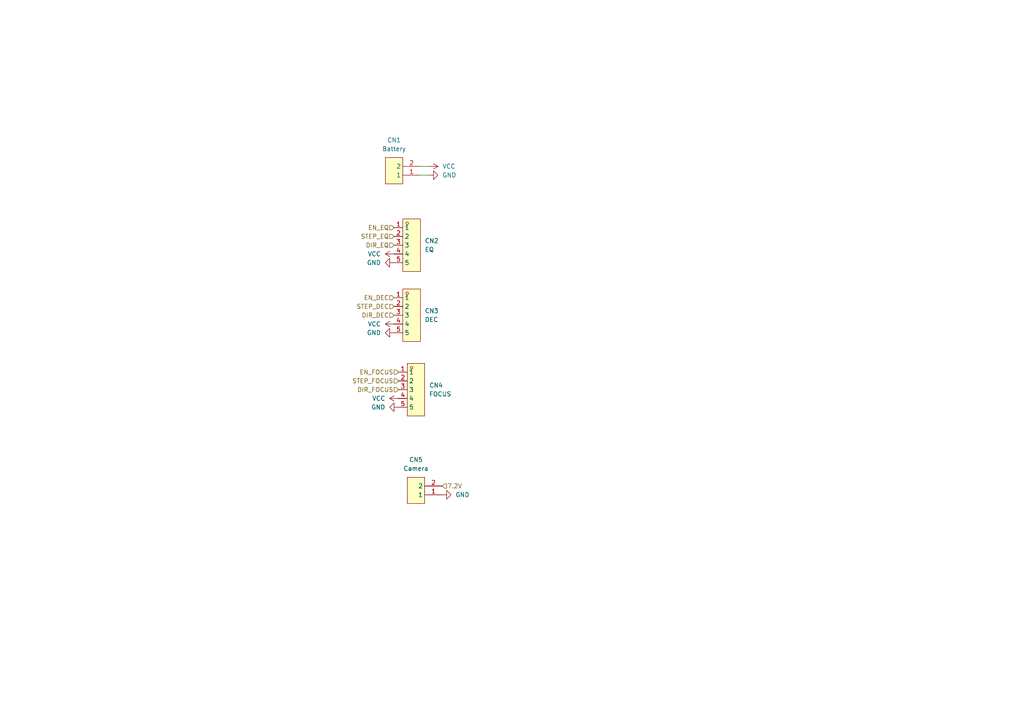
<source format=kicad_sch>
(kicad_sch (version 20231120) (generator "eeschema") (generator_version "8.0")
  (paper "A4")
  (lib_symbols
    (symbol "PARTS:DB128V-5.08-5P-GN-S"
      (property "Reference" "CN" (at 0 10.16 0))
      (property "Value" "DB128V-5.08-5P-GN-S" (at 0 -10.16 0))
      (symbol "DB128V-5.08-5P-GN-S_0_1"
        (rectangle (start -2.54 7.62) (end 2.54 -7.62) (fill (type background)))
        (circle (center -1.27 6.35) (radius 0.38))
        (pin unspecified line (at -5.08 5.08 0) (length 2.54) (name "1") (number "1"))
        (pin unspecified line (at -5.08 2.54 0) (length 2.54) (name "2") (number "2"))
        (pin unspecified line (at -5.08 0 0) (length 2.54) (name "3") (number "3"))
        (pin unspecified line (at -5.08 -2.54 0) (length 2.54) (name "4") (number "4"))
        (pin unspecified line (at -5.08 -5.08 0) (length 2.54) (name "5") (number "5"))
      )
    )
    (symbol "PARTS:WJ500V-5.08-2P-14-00A"
      (property "Reference" "P" (at 0 0 0))
      (property "Value" "WJ500V-5.08-2P-14-00A" (at 0 -10.16 0))
      (symbol "WJ500V-5.08-2P-14-00A_0_1"
        (rectangle (start -3.81 5.08) (end 3.81 0) (fill (type background)))
        (pin unspecified line (at -1.27 -5.08 90) (length 5.08) (name "1") (number "1"))
        (pin unspecified line (at 1.27 -5.08 90) (length 5.08) (name "2") (number "2"))
      )
    )
    (symbol "power:GND" (power) (pin_numbers hide) (pin_names (offset 0) hide)
      (property "Value" "GND" (at 0 -3.81 0))
      (symbol "GND_0_1"
        (polyline (pts (xy 0 0) (xy 0 -1.27) (xy 1.27 -1.27) (xy 0 -2.54) (xy -1.27 -1.27) (xy 0 -1.27)))
      )
      (symbol "GND_1_1"
        (pin power_in line (at 0 0 270) (length 0) (name "~") (number "1"))
      )
    )
    (symbol "power:VCC" (power) (pin_numbers hide) (pin_names (offset 0) hide)
      (property "Value" "VCC" (at 0 3.556 0))
      (symbol "VCC_0_1"
        (polyline (pts (xy -0.762 1.27) (xy 0 2.54)))
        (polyline (pts (xy 0 0) (xy 0 2.54)))
        (polyline (pts (xy 0 2.54) (xy 0.762 1.27)))
      )
      (symbol "VCC_1_1"
        (pin power_in line (at 0 0 90) (length 0) (name "~") (number "1"))
      )
    )
  )
  (wire (pts (xy 124.46 50.8) (xy 121.92 50.8)))
  (wire (pts (xy 124.46 48.26) (xy 121.92 48.26)))
  (hierarchical_label "DIR_FOCUS" (shape input) (at 115.57 113.03 180))
  (hierarchical_label "STEP_DEC" (shape input) (at 114.3 88.9 180))
  (hierarchical_label "7.2V" (shape input) (at 128.27 140.97 0))
  (hierarchical_label "STEP_EQ" (shape input) (at 114.3 68.58 180))
  (hierarchical_label "DIR_DEC" (shape input) (at 114.3 91.44 180))
  (hierarchical_label "STEP_FOCUS" (shape input) (at 115.57 110.49 180))
  (hierarchical_label "EN_EQ" (shape input) (at 114.3 66.04 180))
  (hierarchical_label "EN_DEC" (shape input) (at 114.3 86.36 180))
  (hierarchical_label "DIR_EQ" (shape input) (at 114.3 71.12 180))
  (hierarchical_label "EN_FOCUS" (shape input) (at 115.57 107.95 180))
  (symbol (lib_id "PARTS:DB128V-5.08-5P-GN-S") (at 119.38 71.12 0) (unit 1)
    (property "Reference" "CN2" (at 123.19 69.8499 0) (effects (justify left)))
    (property "Value" "EQ" (at 123.19 72.3899 0) (effects (justify left)))
    (property "Footprint" "PARTS:CONN-TH_5P-P5.08_DIBO_DB128V-5.08-5P-GN-S" (effects (hide yes)))
    (property "LCSC Part" "C2927513" (effects (hide yes)))
  )
  (symbol (lib_id "power:VCC") (at 115.57 115.57 90) (unit 1)
    (property "Reference" "#PWR018" (effects (hide yes)))
    (property "Value" "VCC" (at 111.76 115.5699 90) (effects (justify left)))
    (property "Description" "Power symbol creates a global label with name \"VCC\"" (effects (hide yes)))
  )
  (symbol (lib_id "power:GND") (at 115.57 118.11 270) (unit 1)
    (property "Reference" "#PWR019" (effects (hide yes)))
    (property "Value" "GND" (at 111.76 118.1099 90) (effects (justify right)))
    (property "Description" "Power symbol creates a global label with name \"GND\" , ground" (effects (hide yes)))
  )
  (symbol (lib_id "PARTS:DB128V-5.08-5P-GN-S") (at 119.38 91.44 0) (unit 1)
    (property "Reference" "CN3" (at 123.19 90.1699 0) (effects (justify left)))
    (property "Value" "DEC" (at 123.19 92.7099 0) (effects (justify left)))
    (property "Footprint" "PARTS:CONN-TH_5P-P5.08_DIBO_DB128V-5.08-5P-GN-S" (effects (hide yes)))
    (property "LCSC Part" "C2927513" (effects (hide yes)))
  )
  (symbol (lib_id "power:GND") (at 124.46 50.8 90) (unit 1)
    (property "Reference" "#PWR026" (effects (hide yes)))
    (property "Value" "GND" (at 128.27 50.7999 90) (effects (justify right)))
    (property "Description" "Power symbol creates a global label with name \"GND\" , ground" (effects (hide yes)))
  )
  (symbol (lib_id "power:VCC") (at 114.3 93.98 90) (unit 1)
    (property "Reference" "#PWR015" (effects (hide yes)))
    (property "Value" "VCC" (at 110.49 93.9799 90) (effects (justify left)))
    (property "Description" "Power symbol creates a global label with name \"VCC\"" (effects (hide yes)))
  )
  (symbol (lib_id "power:VCC") (at 114.3 73.66 90) (unit 1)
    (property "Reference" "#PWR013" (effects (hide yes)))
    (property "Value" "VCC" (at 110.49 73.6599 90) (effects (justify left)))
    (property "Description" "Power symbol creates a global label with name \"VCC\"" (effects (hide yes)))
  )
  (symbol (lib_id "PARTS:DB128V-5.08-5P-GN-S") (at 120.65 113.03 0) (unit 1)
    (property "Reference" "CN4" (at 124.46 111.7599 0) (effects (justify left)))
    (property "Value" "FOCUS" (at 124.46 114.2999 0) (effects (justify left)))
    (property "Footprint" "PARTS:CONN-TH_5P-P5.08_DIBO_DB128V-5.08-5P-GN-S" (effects (hide yes)))
    (property "LCSC Part" "C2927513" (effects (hide yes)))
  )
  (symbol (lib_id "power:GND") (at 114.3 96.52 270) (unit 1)
    (property "Reference" "#PWR017" (effects (hide yes)))
    (property "Value" "GND" (at 110.49 96.5199 90) (effects (justify right)))
    (property "Description" "Power symbol creates a global label with name \"GND\" , ground" (effects (hide yes)))
  )
  (symbol (lib_id "power:GND") (at 128.27 143.51 90) (unit 1)
    (property "Reference" "#PWR045" (effects (hide yes)))
    (property "Value" "GND" (at 132.08 143.5099 90) (effects (justify right)))
    (property "Description" "Power symbol creates a global label with name \"GND\" , ground" (effects (hide yes)))
  )
  (symbol (lib_id "power:GND") (at 114.3 76.2 270) (unit 1)
    (property "Reference" "#PWR014" (effects (hide yes)))
    (property "Value" "GND" (at 110.49 76.1999 90) (effects (justify right)))
    (property "Description" "Power symbol creates a global label with name \"GND\" , ground" (effects (hide yes)))
  )
  (symbol (lib_id "power:VCC") (at 124.46 48.26 270) (unit 1)
    (property "Reference" "#PWR025" (effects (hide yes)))
    (property "Value" "VCC" (at 128.27 48.2599 90) (effects (justify left)))
    (property "Description" "Power symbol creates a global label with name \"VCC\"" (effects (hide yes)))
  )
  (symbol (lib_id "PARTS:WJ500V-5.08-2P-14-00A") (at 116.84 49.53 90) (unit 1)
    (property "Reference" "CN1" (at 114.3 40.64 90))
    (property "Value" "Battery" (at 114.3 43.18 90))
    (property "Footprint" "PARTS:CONN-TH_2P-P5.00_WJ500V-5.08-2P" (effects (hide yes)))
    (property "Datasheet" "https://lcsc.com/product-detail/Terminal-Blocks_WJ500V-5-08-2P_C8465.html" (effects (hide yes)))
    (property "LCSC Part" "C8465" (effects (hide yes)))
  )
  (symbol (lib_id "PARTS:WJ500V-5.08-2P-14-00A") (at 123.19 142.24 90) (unit 1)
    (property "Reference" "CN5" (at 120.65 133.35 90))
    (property "Value" "Camera" (at 120.65 135.89 90))
    (property "Footprint" "PARTS:CONN-TH_2P-P5.00_WJ500V-5.08-2P" (effects (hide yes)))
    (property "Datasheet" "https://lcsc.com/product-detail/Terminal-Blocks_WJ500V-5-08-2P_C8465.html" (effects (hide yes)))
    (property "LCSC Part" "C8465" (effects (hide yes)))
  )
)
</source>
